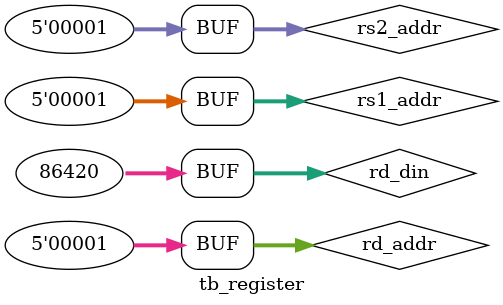
<source format=v>
`timescale 1ns / 1ps


module tb_register(

    );
    wire [31:0] rs1_data, rs2_data, rd_din;
    reg[4:0]rd_addr, rs1_addr, rs2_addr;

    register dut(
    .rs1_data(rs1_data),
    .rs2_data(rs2_data),
    .rd_din(rd_din),
    .rd_addr(rd_addr),
    .rs1_addr(rs1_addr),
    .rs2_addr(rs2_addr)
    );
    assign rd_din = 32'b00000000000000010101000110010100;
    initial begin 
    rs1_addr <= 5'b00001;
    rs2_addr <= 5'b00001;
    rd_addr <= 5'b00001;
    
    end
   endmodule

</source>
